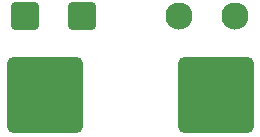
<source format=gbr>
%TF.GenerationSoftware,KiCad,Pcbnew,(7.0.0-0)*%
%TF.CreationDate,2023-02-24T10:49:41-08:00*%
%TF.ProjectId,mixpre-sled_power-board,6d697870-7265-42d7-936c-65645f706f77,rev?*%
%TF.SameCoordinates,Original*%
%TF.FileFunction,Soldermask,Bot*%
%TF.FilePolarity,Negative*%
%FSLAX46Y46*%
G04 Gerber Fmt 4.6, Leading zero omitted, Abs format (unit mm)*
G04 Created by KiCad (PCBNEW (7.0.0-0)) date 2023-02-24 10:49:41*
%MOMM*%
%LPD*%
G01*
G04 APERTURE LIST*
G04 Aperture macros list*
%AMRoundRect*
0 Rectangle with rounded corners*
0 $1 Rounding radius*
0 $2 $3 $4 $5 $6 $7 $8 $9 X,Y pos of 4 corners*
0 Add a 4 corners polygon primitive as box body*
4,1,4,$2,$3,$4,$5,$6,$7,$8,$9,$2,$3,0*
0 Add four circle primitives for the rounded corners*
1,1,$1+$1,$2,$3*
1,1,$1+$1,$4,$5*
1,1,$1+$1,$6,$7*
1,1,$1+$1,$8,$9*
0 Add four rect primitives between the rounded corners*
20,1,$1+$1,$2,$3,$4,$5,0*
20,1,$1+$1,$4,$5,$6,$7,0*
20,1,$1+$1,$6,$7,$8,$9,0*
20,1,$1+$1,$8,$9,$2,$3,0*%
G04 Aperture macros list end*
%ADD10RoundRect,0.650000X2.600000X2.600000X-2.600000X2.600000X-2.600000X-2.600000X2.600000X-2.600000X0*%
%ADD11RoundRect,0.250001X0.899999X0.899999X-0.899999X0.899999X-0.899999X-0.899999X0.899999X-0.899999X0*%
%ADD12RoundRect,0.250000X0.900000X0.900000X-0.900000X0.900000X-0.900000X-0.900000X0.900000X-0.900000X0*%
%ADD13C,2.300000*%
G04 APERTURE END LIST*
D10*
%TO.C,OUT_NEG1*%
X3750000Y-9500000D03*
%TD*%
%TO.C,OUT_POS1*%
X18250000Y-9500000D03*
%TD*%
D11*
%TO.C,S2*%
X6900000Y-2800000D03*
D12*
X2100000Y-2800000D03*
%TD*%
D13*
%TO.C,S1*%
X15100000Y-2800000D03*
X19900000Y-2800000D03*
%TD*%
M02*

</source>
